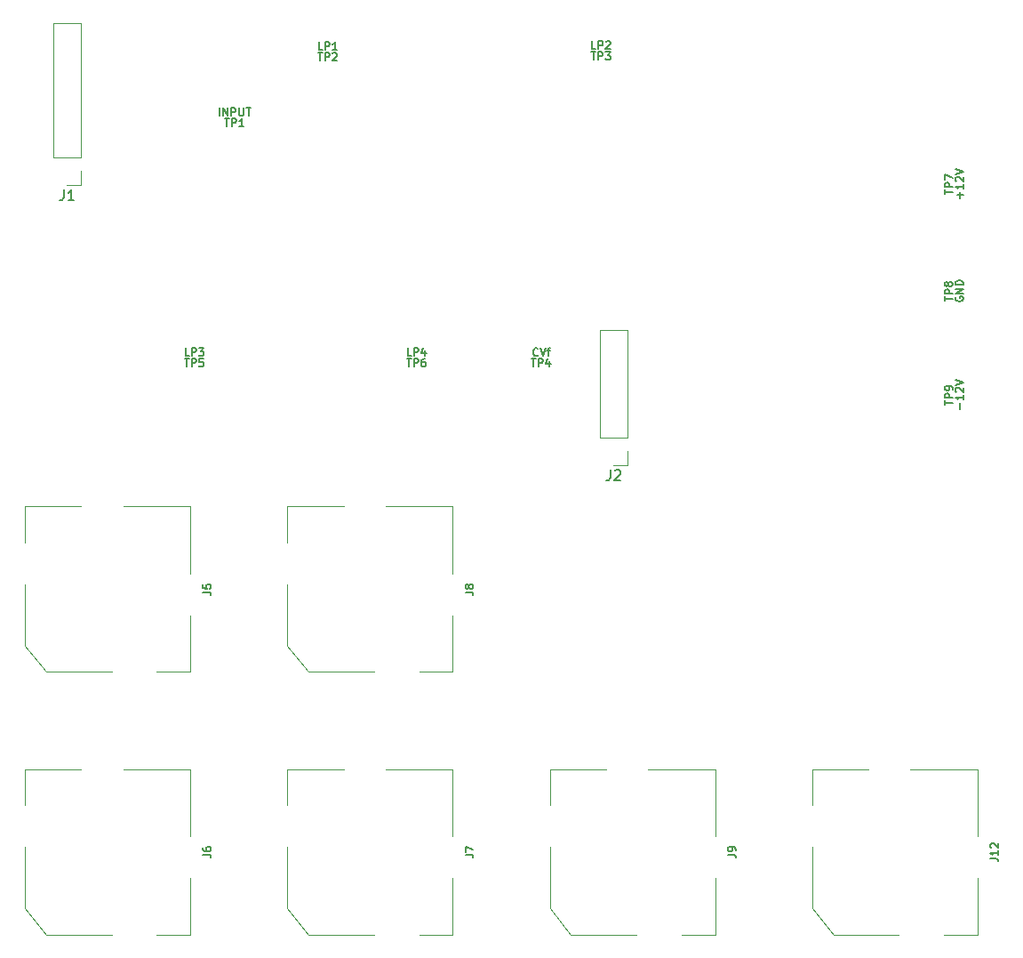
<source format=gto>
G04 #@! TF.GenerationSoftware,KiCad,Pcbnew,7.0.1-3b83917a11~171~ubuntu22.04.1*
G04 #@! TF.CreationDate,2023-03-12T10:58:21-04:00*
G04 #@! TF.ProjectId,pmf_B1,706d665f-4231-42e6-9b69-6361645f7063,rev?*
G04 #@! TF.SameCoordinates,Original*
G04 #@! TF.FileFunction,Legend,Top*
G04 #@! TF.FilePolarity,Positive*
%FSLAX46Y46*%
G04 Gerber Fmt 4.6, Leading zero omitted, Abs format (unit mm)*
G04 Created by KiCad (PCBNEW 7.0.1-3b83917a11~171~ubuntu22.04.1) date 2023-03-12 10:58:21*
%MOMM*%
%LPD*%
G01*
G04 APERTURE LIST*
%ADD10C,0.150000*%
%ADD11C,0.120000*%
G04 APERTURE END LIST*
D10*
G04 #@! TO.C,J8*
X146596964Y-150249999D02*
X147132678Y-150249999D01*
X147132678Y-150249999D02*
X147239821Y-150285714D01*
X147239821Y-150285714D02*
X147311250Y-150357142D01*
X147311250Y-150357142D02*
X147346964Y-150464285D01*
X147346964Y-150464285D02*
X147346964Y-150535714D01*
X146918392Y-149785713D02*
X146882678Y-149857142D01*
X146882678Y-149857142D02*
X146846964Y-149892856D01*
X146846964Y-149892856D02*
X146775535Y-149928570D01*
X146775535Y-149928570D02*
X146739821Y-149928570D01*
X146739821Y-149928570D02*
X146668392Y-149892856D01*
X146668392Y-149892856D02*
X146632678Y-149857142D01*
X146632678Y-149857142D02*
X146596964Y-149785713D01*
X146596964Y-149785713D02*
X146596964Y-149642856D01*
X146596964Y-149642856D02*
X146632678Y-149571428D01*
X146632678Y-149571428D02*
X146668392Y-149535713D01*
X146668392Y-149535713D02*
X146739821Y-149499999D01*
X146739821Y-149499999D02*
X146775535Y-149499999D01*
X146775535Y-149499999D02*
X146846964Y-149535713D01*
X146846964Y-149535713D02*
X146882678Y-149571428D01*
X146882678Y-149571428D02*
X146918392Y-149642856D01*
X146918392Y-149642856D02*
X146918392Y-149785713D01*
X146918392Y-149785713D02*
X146954107Y-149857142D01*
X146954107Y-149857142D02*
X146989821Y-149892856D01*
X146989821Y-149892856D02*
X147061250Y-149928570D01*
X147061250Y-149928570D02*
X147204107Y-149928570D01*
X147204107Y-149928570D02*
X147275535Y-149892856D01*
X147275535Y-149892856D02*
X147311250Y-149857142D01*
X147311250Y-149857142D02*
X147346964Y-149785713D01*
X147346964Y-149785713D02*
X147346964Y-149642856D01*
X147346964Y-149642856D02*
X147311250Y-149571428D01*
X147311250Y-149571428D02*
X147275535Y-149535713D01*
X147275535Y-149535713D02*
X147204107Y-149499999D01*
X147204107Y-149499999D02*
X147061250Y-149499999D01*
X147061250Y-149499999D02*
X146989821Y-149535713D01*
X146989821Y-149535713D02*
X146954107Y-149571428D01*
X146954107Y-149571428D02*
X146918392Y-149642856D01*
G04 #@! TO.C,J1*
X108326666Y-111952619D02*
X108326666Y-112666904D01*
X108326666Y-112666904D02*
X108279047Y-112809761D01*
X108279047Y-112809761D02*
X108183809Y-112905000D01*
X108183809Y-112905000D02*
X108040952Y-112952619D01*
X108040952Y-112952619D02*
X107945714Y-112952619D01*
X109326666Y-112952619D02*
X108755238Y-112952619D01*
X109040952Y-112952619D02*
X109040952Y-111952619D01*
X109040952Y-111952619D02*
X108945714Y-112095476D01*
X108945714Y-112095476D02*
X108850476Y-112190714D01*
X108850476Y-112190714D02*
X108755238Y-112238333D01*
G04 #@! TO.C,J7*
X146596964Y-175249999D02*
X147132678Y-175249999D01*
X147132678Y-175249999D02*
X147239821Y-175285714D01*
X147239821Y-175285714D02*
X147311250Y-175357142D01*
X147311250Y-175357142D02*
X147346964Y-175464285D01*
X147346964Y-175464285D02*
X147346964Y-175535714D01*
X146596964Y-174964285D02*
X146596964Y-174464285D01*
X146596964Y-174464285D02*
X147346964Y-174785713D01*
G04 #@! TO.C,J5*
X121596964Y-150249999D02*
X122132678Y-150249999D01*
X122132678Y-150249999D02*
X122239821Y-150285714D01*
X122239821Y-150285714D02*
X122311250Y-150357142D01*
X122311250Y-150357142D02*
X122346964Y-150464285D01*
X122346964Y-150464285D02*
X122346964Y-150535714D01*
X121596964Y-149535713D02*
X121596964Y-149892856D01*
X121596964Y-149892856D02*
X121954107Y-149928570D01*
X121954107Y-149928570D02*
X121918392Y-149892856D01*
X121918392Y-149892856D02*
X121882678Y-149821428D01*
X121882678Y-149821428D02*
X121882678Y-149642856D01*
X121882678Y-149642856D02*
X121918392Y-149571428D01*
X121918392Y-149571428D02*
X121954107Y-149535713D01*
X121954107Y-149535713D02*
X122025535Y-149499999D01*
X122025535Y-149499999D02*
X122204107Y-149499999D01*
X122204107Y-149499999D02*
X122275535Y-149535713D01*
X122275535Y-149535713D02*
X122311250Y-149571428D01*
X122311250Y-149571428D02*
X122346964Y-149642856D01*
X122346964Y-149642856D02*
X122346964Y-149821428D01*
X122346964Y-149821428D02*
X122311250Y-149892856D01*
X122311250Y-149892856D02*
X122275535Y-149928570D01*
G04 #@! TO.C,J9*
X171596964Y-175249999D02*
X172132678Y-175249999D01*
X172132678Y-175249999D02*
X172239821Y-175285714D01*
X172239821Y-175285714D02*
X172311250Y-175357142D01*
X172311250Y-175357142D02*
X172346964Y-175464285D01*
X172346964Y-175464285D02*
X172346964Y-175535714D01*
X172346964Y-174857142D02*
X172346964Y-174714285D01*
X172346964Y-174714285D02*
X172311250Y-174642856D01*
X172311250Y-174642856D02*
X172275535Y-174607142D01*
X172275535Y-174607142D02*
X172168392Y-174535713D01*
X172168392Y-174535713D02*
X172025535Y-174499999D01*
X172025535Y-174499999D02*
X171739821Y-174499999D01*
X171739821Y-174499999D02*
X171668392Y-174535713D01*
X171668392Y-174535713D02*
X171632678Y-174571428D01*
X171632678Y-174571428D02*
X171596964Y-174642856D01*
X171596964Y-174642856D02*
X171596964Y-174785713D01*
X171596964Y-174785713D02*
X171632678Y-174857142D01*
X171632678Y-174857142D02*
X171668392Y-174892856D01*
X171668392Y-174892856D02*
X171739821Y-174928570D01*
X171739821Y-174928570D02*
X171918392Y-174928570D01*
X171918392Y-174928570D02*
X171989821Y-174892856D01*
X171989821Y-174892856D02*
X172025535Y-174857142D01*
X172025535Y-174857142D02*
X172061250Y-174785713D01*
X172061250Y-174785713D02*
X172061250Y-174642856D01*
X172061250Y-174642856D02*
X172025535Y-174571428D01*
X172025535Y-174571428D02*
X171989821Y-174535713D01*
X171989821Y-174535713D02*
X171918392Y-174499999D01*
G04 #@! TO.C,J2*
X160396666Y-138622619D02*
X160396666Y-139336904D01*
X160396666Y-139336904D02*
X160349047Y-139479761D01*
X160349047Y-139479761D02*
X160253809Y-139575000D01*
X160253809Y-139575000D02*
X160110952Y-139622619D01*
X160110952Y-139622619D02*
X160015714Y-139622619D01*
X160825238Y-138717857D02*
X160872857Y-138670238D01*
X160872857Y-138670238D02*
X160968095Y-138622619D01*
X160968095Y-138622619D02*
X161206190Y-138622619D01*
X161206190Y-138622619D02*
X161301428Y-138670238D01*
X161301428Y-138670238D02*
X161349047Y-138717857D01*
X161349047Y-138717857D02*
X161396666Y-138813095D01*
X161396666Y-138813095D02*
X161396666Y-138908333D01*
X161396666Y-138908333D02*
X161349047Y-139051190D01*
X161349047Y-139051190D02*
X160777619Y-139622619D01*
X160777619Y-139622619D02*
X161396666Y-139622619D01*
G04 #@! TO.C,J6*
X121596964Y-175249999D02*
X122132678Y-175249999D01*
X122132678Y-175249999D02*
X122239821Y-175285714D01*
X122239821Y-175285714D02*
X122311250Y-175357142D01*
X122311250Y-175357142D02*
X122346964Y-175464285D01*
X122346964Y-175464285D02*
X122346964Y-175535714D01*
X121596964Y-174571428D02*
X121596964Y-174714285D01*
X121596964Y-174714285D02*
X121632678Y-174785713D01*
X121632678Y-174785713D02*
X121668392Y-174821428D01*
X121668392Y-174821428D02*
X121775535Y-174892856D01*
X121775535Y-174892856D02*
X121918392Y-174928570D01*
X121918392Y-174928570D02*
X122204107Y-174928570D01*
X122204107Y-174928570D02*
X122275535Y-174892856D01*
X122275535Y-174892856D02*
X122311250Y-174857142D01*
X122311250Y-174857142D02*
X122346964Y-174785713D01*
X122346964Y-174785713D02*
X122346964Y-174642856D01*
X122346964Y-174642856D02*
X122311250Y-174571428D01*
X122311250Y-174571428D02*
X122275535Y-174535713D01*
X122275535Y-174535713D02*
X122204107Y-174499999D01*
X122204107Y-174499999D02*
X122025535Y-174499999D01*
X122025535Y-174499999D02*
X121954107Y-174535713D01*
X121954107Y-174535713D02*
X121918392Y-174571428D01*
X121918392Y-174571428D02*
X121882678Y-174642856D01*
X121882678Y-174642856D02*
X121882678Y-174785713D01*
X121882678Y-174785713D02*
X121918392Y-174857142D01*
X121918392Y-174857142D02*
X121954107Y-174892856D01*
X121954107Y-174892856D02*
X122025535Y-174928570D01*
G04 #@! TO.C,J12*
X196596964Y-175607142D02*
X197132678Y-175607142D01*
X197132678Y-175607142D02*
X197239821Y-175642857D01*
X197239821Y-175642857D02*
X197311250Y-175714285D01*
X197311250Y-175714285D02*
X197346964Y-175821428D01*
X197346964Y-175821428D02*
X197346964Y-175892857D01*
X197346964Y-174857142D02*
X197346964Y-175285713D01*
X197346964Y-175071428D02*
X196596964Y-175071428D01*
X196596964Y-175071428D02*
X196704107Y-175142856D01*
X196704107Y-175142856D02*
X196775535Y-175214285D01*
X196775535Y-175214285D02*
X196811250Y-175285713D01*
X196668392Y-174571427D02*
X196632678Y-174535713D01*
X196632678Y-174535713D02*
X196596964Y-174464285D01*
X196596964Y-174464285D02*
X196596964Y-174285713D01*
X196596964Y-174285713D02*
X196632678Y-174214285D01*
X196632678Y-174214285D02*
X196668392Y-174178570D01*
X196668392Y-174178570D02*
X196739821Y-174142856D01*
X196739821Y-174142856D02*
X196811250Y-174142856D01*
X196811250Y-174142856D02*
X196918392Y-174178570D01*
X196918392Y-174178570D02*
X197346964Y-174607142D01*
X197346964Y-174607142D02*
X197346964Y-174142856D01*
G04 #@! TO.C,TP2*
X132990000Y-98648964D02*
X132632857Y-98648964D01*
X132632857Y-98648964D02*
X132632857Y-97898964D01*
X133240000Y-98648964D02*
X133240000Y-97898964D01*
X133240000Y-97898964D02*
X133525714Y-97898964D01*
X133525714Y-97898964D02*
X133597143Y-97934678D01*
X133597143Y-97934678D02*
X133632857Y-97970392D01*
X133632857Y-97970392D02*
X133668571Y-98041821D01*
X133668571Y-98041821D02*
X133668571Y-98148964D01*
X133668571Y-98148964D02*
X133632857Y-98220392D01*
X133632857Y-98220392D02*
X133597143Y-98256107D01*
X133597143Y-98256107D02*
X133525714Y-98291821D01*
X133525714Y-98291821D02*
X133240000Y-98291821D01*
X134382857Y-98648964D02*
X133954286Y-98648964D01*
X134168571Y-98648964D02*
X134168571Y-97898964D01*
X134168571Y-97898964D02*
X134097143Y-98006107D01*
X134097143Y-98006107D02*
X134025714Y-98077535D01*
X134025714Y-98077535D02*
X133954286Y-98113250D01*
X132543571Y-98914964D02*
X132972143Y-98914964D01*
X132757857Y-99664964D02*
X132757857Y-98914964D01*
X133222143Y-99664964D02*
X133222143Y-98914964D01*
X133222143Y-98914964D02*
X133507857Y-98914964D01*
X133507857Y-98914964D02*
X133579286Y-98950678D01*
X133579286Y-98950678D02*
X133615000Y-98986392D01*
X133615000Y-98986392D02*
X133650714Y-99057821D01*
X133650714Y-99057821D02*
X133650714Y-99164964D01*
X133650714Y-99164964D02*
X133615000Y-99236392D01*
X133615000Y-99236392D02*
X133579286Y-99272107D01*
X133579286Y-99272107D02*
X133507857Y-99307821D01*
X133507857Y-99307821D02*
X133222143Y-99307821D01*
X133936429Y-98986392D02*
X133972143Y-98950678D01*
X133972143Y-98950678D02*
X134043572Y-98914964D01*
X134043572Y-98914964D02*
X134222143Y-98914964D01*
X134222143Y-98914964D02*
X134293572Y-98950678D01*
X134293572Y-98950678D02*
X134329286Y-98986392D01*
X134329286Y-98986392D02*
X134365000Y-99057821D01*
X134365000Y-99057821D02*
X134365000Y-99129250D01*
X134365000Y-99129250D02*
X134329286Y-99236392D01*
X134329286Y-99236392D02*
X133900714Y-99664964D01*
X133900714Y-99664964D02*
X134365000Y-99664964D01*
G04 #@! TO.C,TP4*
X153506428Y-127707535D02*
X153470714Y-127743250D01*
X153470714Y-127743250D02*
X153363571Y-127778964D01*
X153363571Y-127778964D02*
X153292143Y-127778964D01*
X153292143Y-127778964D02*
X153185000Y-127743250D01*
X153185000Y-127743250D02*
X153113571Y-127671821D01*
X153113571Y-127671821D02*
X153077857Y-127600392D01*
X153077857Y-127600392D02*
X153042143Y-127457535D01*
X153042143Y-127457535D02*
X153042143Y-127350392D01*
X153042143Y-127350392D02*
X153077857Y-127207535D01*
X153077857Y-127207535D02*
X153113571Y-127136107D01*
X153113571Y-127136107D02*
X153185000Y-127064678D01*
X153185000Y-127064678D02*
X153292143Y-127028964D01*
X153292143Y-127028964D02*
X153363571Y-127028964D01*
X153363571Y-127028964D02*
X153470714Y-127064678D01*
X153470714Y-127064678D02*
X153506428Y-127100392D01*
X153720714Y-127028964D02*
X153970714Y-127778964D01*
X153970714Y-127778964D02*
X154220714Y-127028964D01*
X154363571Y-127278964D02*
X154649285Y-127278964D01*
X154470714Y-127778964D02*
X154470714Y-127136107D01*
X154470714Y-127136107D02*
X154506428Y-127064678D01*
X154506428Y-127064678D02*
X154577857Y-127028964D01*
X154577857Y-127028964D02*
X154649285Y-127028964D01*
X152863571Y-128044964D02*
X153292143Y-128044964D01*
X153077857Y-128794964D02*
X153077857Y-128044964D01*
X153542143Y-128794964D02*
X153542143Y-128044964D01*
X153542143Y-128044964D02*
X153827857Y-128044964D01*
X153827857Y-128044964D02*
X153899286Y-128080678D01*
X153899286Y-128080678D02*
X153935000Y-128116392D01*
X153935000Y-128116392D02*
X153970714Y-128187821D01*
X153970714Y-128187821D02*
X153970714Y-128294964D01*
X153970714Y-128294964D02*
X153935000Y-128366392D01*
X153935000Y-128366392D02*
X153899286Y-128402107D01*
X153899286Y-128402107D02*
X153827857Y-128437821D01*
X153827857Y-128437821D02*
X153542143Y-128437821D01*
X154613572Y-128294964D02*
X154613572Y-128794964D01*
X154435000Y-128009250D02*
X154256429Y-128544964D01*
X154256429Y-128544964D02*
X154720714Y-128544964D01*
G04 #@! TO.C,TP8*
X193320678Y-122161428D02*
X193284964Y-122232857D01*
X193284964Y-122232857D02*
X193284964Y-122339999D01*
X193284964Y-122339999D02*
X193320678Y-122447142D01*
X193320678Y-122447142D02*
X193392107Y-122518571D01*
X193392107Y-122518571D02*
X193463535Y-122554285D01*
X193463535Y-122554285D02*
X193606392Y-122589999D01*
X193606392Y-122589999D02*
X193713535Y-122589999D01*
X193713535Y-122589999D02*
X193856392Y-122554285D01*
X193856392Y-122554285D02*
X193927821Y-122518571D01*
X193927821Y-122518571D02*
X193999250Y-122447142D01*
X193999250Y-122447142D02*
X194034964Y-122339999D01*
X194034964Y-122339999D02*
X194034964Y-122268571D01*
X194034964Y-122268571D02*
X193999250Y-122161428D01*
X193999250Y-122161428D02*
X193963535Y-122125714D01*
X193963535Y-122125714D02*
X193713535Y-122125714D01*
X193713535Y-122125714D02*
X193713535Y-122268571D01*
X194034964Y-121804285D02*
X193284964Y-121804285D01*
X193284964Y-121804285D02*
X194034964Y-121375714D01*
X194034964Y-121375714D02*
X193284964Y-121375714D01*
X194034964Y-121018571D02*
X193284964Y-121018571D01*
X193284964Y-121018571D02*
X193284964Y-120840000D01*
X193284964Y-120840000D02*
X193320678Y-120732857D01*
X193320678Y-120732857D02*
X193392107Y-120661428D01*
X193392107Y-120661428D02*
X193463535Y-120625714D01*
X193463535Y-120625714D02*
X193606392Y-120590000D01*
X193606392Y-120590000D02*
X193713535Y-120590000D01*
X193713535Y-120590000D02*
X193856392Y-120625714D01*
X193856392Y-120625714D02*
X193927821Y-120661428D01*
X193927821Y-120661428D02*
X193999250Y-120732857D01*
X193999250Y-120732857D02*
X194034964Y-120840000D01*
X194034964Y-120840000D02*
X194034964Y-121018571D01*
X192268964Y-122536428D02*
X192268964Y-122107857D01*
X193018964Y-122322142D02*
X192268964Y-122322142D01*
X193018964Y-121857856D02*
X192268964Y-121857856D01*
X192268964Y-121857856D02*
X192268964Y-121572142D01*
X192268964Y-121572142D02*
X192304678Y-121500713D01*
X192304678Y-121500713D02*
X192340392Y-121464999D01*
X192340392Y-121464999D02*
X192411821Y-121429285D01*
X192411821Y-121429285D02*
X192518964Y-121429285D01*
X192518964Y-121429285D02*
X192590392Y-121464999D01*
X192590392Y-121464999D02*
X192626107Y-121500713D01*
X192626107Y-121500713D02*
X192661821Y-121572142D01*
X192661821Y-121572142D02*
X192661821Y-121857856D01*
X192590392Y-121000713D02*
X192554678Y-121072142D01*
X192554678Y-121072142D02*
X192518964Y-121107856D01*
X192518964Y-121107856D02*
X192447535Y-121143570D01*
X192447535Y-121143570D02*
X192411821Y-121143570D01*
X192411821Y-121143570D02*
X192340392Y-121107856D01*
X192340392Y-121107856D02*
X192304678Y-121072142D01*
X192304678Y-121072142D02*
X192268964Y-121000713D01*
X192268964Y-121000713D02*
X192268964Y-120857856D01*
X192268964Y-120857856D02*
X192304678Y-120786428D01*
X192304678Y-120786428D02*
X192340392Y-120750713D01*
X192340392Y-120750713D02*
X192411821Y-120714999D01*
X192411821Y-120714999D02*
X192447535Y-120714999D01*
X192447535Y-120714999D02*
X192518964Y-120750713D01*
X192518964Y-120750713D02*
X192554678Y-120786428D01*
X192554678Y-120786428D02*
X192590392Y-120857856D01*
X192590392Y-120857856D02*
X192590392Y-121000713D01*
X192590392Y-121000713D02*
X192626107Y-121072142D01*
X192626107Y-121072142D02*
X192661821Y-121107856D01*
X192661821Y-121107856D02*
X192733250Y-121143570D01*
X192733250Y-121143570D02*
X192876107Y-121143570D01*
X192876107Y-121143570D02*
X192947535Y-121107856D01*
X192947535Y-121107856D02*
X192983250Y-121072142D01*
X192983250Y-121072142D02*
X193018964Y-121000713D01*
X193018964Y-121000713D02*
X193018964Y-120857856D01*
X193018964Y-120857856D02*
X192983250Y-120786428D01*
X192983250Y-120786428D02*
X192947535Y-120750713D01*
X192947535Y-120750713D02*
X192876107Y-120714999D01*
X192876107Y-120714999D02*
X192733250Y-120714999D01*
X192733250Y-120714999D02*
X192661821Y-120750713D01*
X192661821Y-120750713D02*
X192626107Y-120786428D01*
X192626107Y-120786428D02*
X192590392Y-120857856D01*
G04 #@! TO.C,TP5*
X120290000Y-127768964D02*
X119932857Y-127768964D01*
X119932857Y-127768964D02*
X119932857Y-127018964D01*
X120540000Y-127768964D02*
X120540000Y-127018964D01*
X120540000Y-127018964D02*
X120825714Y-127018964D01*
X120825714Y-127018964D02*
X120897143Y-127054678D01*
X120897143Y-127054678D02*
X120932857Y-127090392D01*
X120932857Y-127090392D02*
X120968571Y-127161821D01*
X120968571Y-127161821D02*
X120968571Y-127268964D01*
X120968571Y-127268964D02*
X120932857Y-127340392D01*
X120932857Y-127340392D02*
X120897143Y-127376107D01*
X120897143Y-127376107D02*
X120825714Y-127411821D01*
X120825714Y-127411821D02*
X120540000Y-127411821D01*
X121218571Y-127018964D02*
X121682857Y-127018964D01*
X121682857Y-127018964D02*
X121432857Y-127304678D01*
X121432857Y-127304678D02*
X121540000Y-127304678D01*
X121540000Y-127304678D02*
X121611429Y-127340392D01*
X121611429Y-127340392D02*
X121647143Y-127376107D01*
X121647143Y-127376107D02*
X121682857Y-127447535D01*
X121682857Y-127447535D02*
X121682857Y-127626107D01*
X121682857Y-127626107D02*
X121647143Y-127697535D01*
X121647143Y-127697535D02*
X121611429Y-127733250D01*
X121611429Y-127733250D02*
X121540000Y-127768964D01*
X121540000Y-127768964D02*
X121325714Y-127768964D01*
X121325714Y-127768964D02*
X121254286Y-127733250D01*
X121254286Y-127733250D02*
X121218571Y-127697535D01*
X119843571Y-128034964D02*
X120272143Y-128034964D01*
X120057857Y-128784964D02*
X120057857Y-128034964D01*
X120522143Y-128784964D02*
X120522143Y-128034964D01*
X120522143Y-128034964D02*
X120807857Y-128034964D01*
X120807857Y-128034964D02*
X120879286Y-128070678D01*
X120879286Y-128070678D02*
X120915000Y-128106392D01*
X120915000Y-128106392D02*
X120950714Y-128177821D01*
X120950714Y-128177821D02*
X120950714Y-128284964D01*
X120950714Y-128284964D02*
X120915000Y-128356392D01*
X120915000Y-128356392D02*
X120879286Y-128392107D01*
X120879286Y-128392107D02*
X120807857Y-128427821D01*
X120807857Y-128427821D02*
X120522143Y-128427821D01*
X121629286Y-128034964D02*
X121272143Y-128034964D01*
X121272143Y-128034964D02*
X121236429Y-128392107D01*
X121236429Y-128392107D02*
X121272143Y-128356392D01*
X121272143Y-128356392D02*
X121343572Y-128320678D01*
X121343572Y-128320678D02*
X121522143Y-128320678D01*
X121522143Y-128320678D02*
X121593572Y-128356392D01*
X121593572Y-128356392D02*
X121629286Y-128392107D01*
X121629286Y-128392107D02*
X121665000Y-128463535D01*
X121665000Y-128463535D02*
X121665000Y-128642107D01*
X121665000Y-128642107D02*
X121629286Y-128713535D01*
X121629286Y-128713535D02*
X121593572Y-128749250D01*
X121593572Y-128749250D02*
X121522143Y-128784964D01*
X121522143Y-128784964D02*
X121343572Y-128784964D01*
X121343572Y-128784964D02*
X121272143Y-128749250D01*
X121272143Y-128749250D02*
X121236429Y-128713535D01*
G04 #@! TO.C,TP6*
X141460000Y-127768964D02*
X141102857Y-127768964D01*
X141102857Y-127768964D02*
X141102857Y-127018964D01*
X141710000Y-127768964D02*
X141710000Y-127018964D01*
X141710000Y-127018964D02*
X141995714Y-127018964D01*
X141995714Y-127018964D02*
X142067143Y-127054678D01*
X142067143Y-127054678D02*
X142102857Y-127090392D01*
X142102857Y-127090392D02*
X142138571Y-127161821D01*
X142138571Y-127161821D02*
X142138571Y-127268964D01*
X142138571Y-127268964D02*
X142102857Y-127340392D01*
X142102857Y-127340392D02*
X142067143Y-127376107D01*
X142067143Y-127376107D02*
X141995714Y-127411821D01*
X141995714Y-127411821D02*
X141710000Y-127411821D01*
X142781429Y-127268964D02*
X142781429Y-127768964D01*
X142602857Y-126983250D02*
X142424286Y-127518964D01*
X142424286Y-127518964D02*
X142888571Y-127518964D01*
X141013571Y-128034964D02*
X141442143Y-128034964D01*
X141227857Y-128784964D02*
X141227857Y-128034964D01*
X141692143Y-128784964D02*
X141692143Y-128034964D01*
X141692143Y-128034964D02*
X141977857Y-128034964D01*
X141977857Y-128034964D02*
X142049286Y-128070678D01*
X142049286Y-128070678D02*
X142085000Y-128106392D01*
X142085000Y-128106392D02*
X142120714Y-128177821D01*
X142120714Y-128177821D02*
X142120714Y-128284964D01*
X142120714Y-128284964D02*
X142085000Y-128356392D01*
X142085000Y-128356392D02*
X142049286Y-128392107D01*
X142049286Y-128392107D02*
X141977857Y-128427821D01*
X141977857Y-128427821D02*
X141692143Y-128427821D01*
X142763572Y-128034964D02*
X142620714Y-128034964D01*
X142620714Y-128034964D02*
X142549286Y-128070678D01*
X142549286Y-128070678D02*
X142513572Y-128106392D01*
X142513572Y-128106392D02*
X142442143Y-128213535D01*
X142442143Y-128213535D02*
X142406429Y-128356392D01*
X142406429Y-128356392D02*
X142406429Y-128642107D01*
X142406429Y-128642107D02*
X142442143Y-128713535D01*
X142442143Y-128713535D02*
X142477857Y-128749250D01*
X142477857Y-128749250D02*
X142549286Y-128784964D01*
X142549286Y-128784964D02*
X142692143Y-128784964D01*
X142692143Y-128784964D02*
X142763572Y-128749250D01*
X142763572Y-128749250D02*
X142799286Y-128713535D01*
X142799286Y-128713535D02*
X142835000Y-128642107D01*
X142835000Y-128642107D02*
X142835000Y-128463535D01*
X142835000Y-128463535D02*
X142799286Y-128392107D01*
X142799286Y-128392107D02*
X142763572Y-128356392D01*
X142763572Y-128356392D02*
X142692143Y-128320678D01*
X142692143Y-128320678D02*
X142549286Y-128320678D01*
X142549286Y-128320678D02*
X142477857Y-128356392D01*
X142477857Y-128356392D02*
X142442143Y-128392107D01*
X142442143Y-128392107D02*
X142406429Y-128463535D01*
G04 #@! TO.C,TP9*
X192268964Y-132436428D02*
X192268964Y-132007857D01*
X193018964Y-132222142D02*
X192268964Y-132222142D01*
X193018964Y-131757856D02*
X192268964Y-131757856D01*
X192268964Y-131757856D02*
X192268964Y-131472142D01*
X192268964Y-131472142D02*
X192304678Y-131400713D01*
X192304678Y-131400713D02*
X192340392Y-131364999D01*
X192340392Y-131364999D02*
X192411821Y-131329285D01*
X192411821Y-131329285D02*
X192518964Y-131329285D01*
X192518964Y-131329285D02*
X192590392Y-131364999D01*
X192590392Y-131364999D02*
X192626107Y-131400713D01*
X192626107Y-131400713D02*
X192661821Y-131472142D01*
X192661821Y-131472142D02*
X192661821Y-131757856D01*
X193018964Y-130972142D02*
X193018964Y-130829285D01*
X193018964Y-130829285D02*
X192983250Y-130757856D01*
X192983250Y-130757856D02*
X192947535Y-130722142D01*
X192947535Y-130722142D02*
X192840392Y-130650713D01*
X192840392Y-130650713D02*
X192697535Y-130614999D01*
X192697535Y-130614999D02*
X192411821Y-130614999D01*
X192411821Y-130614999D02*
X192340392Y-130650713D01*
X192340392Y-130650713D02*
X192304678Y-130686428D01*
X192304678Y-130686428D02*
X192268964Y-130757856D01*
X192268964Y-130757856D02*
X192268964Y-130900713D01*
X192268964Y-130900713D02*
X192304678Y-130972142D01*
X192304678Y-130972142D02*
X192340392Y-131007856D01*
X192340392Y-131007856D02*
X192411821Y-131043570D01*
X192411821Y-131043570D02*
X192590392Y-131043570D01*
X192590392Y-131043570D02*
X192661821Y-131007856D01*
X192661821Y-131007856D02*
X192697535Y-130972142D01*
X192697535Y-130972142D02*
X192733250Y-130900713D01*
X192733250Y-130900713D02*
X192733250Y-130757856D01*
X192733250Y-130757856D02*
X192697535Y-130686428D01*
X192697535Y-130686428D02*
X192661821Y-130650713D01*
X192661821Y-130650713D02*
X192590392Y-130614999D01*
X193749250Y-132811428D02*
X193749250Y-132240000D01*
X194034964Y-131490000D02*
X194034964Y-131918571D01*
X194034964Y-131704286D02*
X193284964Y-131704286D01*
X193284964Y-131704286D02*
X193392107Y-131775714D01*
X193392107Y-131775714D02*
X193463535Y-131847143D01*
X193463535Y-131847143D02*
X193499250Y-131918571D01*
X193356392Y-131204285D02*
X193320678Y-131168571D01*
X193320678Y-131168571D02*
X193284964Y-131097143D01*
X193284964Y-131097143D02*
X193284964Y-130918571D01*
X193284964Y-130918571D02*
X193320678Y-130847143D01*
X193320678Y-130847143D02*
X193356392Y-130811428D01*
X193356392Y-130811428D02*
X193427821Y-130775714D01*
X193427821Y-130775714D02*
X193499250Y-130775714D01*
X193499250Y-130775714D02*
X193606392Y-130811428D01*
X193606392Y-130811428D02*
X194034964Y-131240000D01*
X194034964Y-131240000D02*
X194034964Y-130775714D01*
X193284964Y-130561428D02*
X194034964Y-130311428D01*
X194034964Y-130311428D02*
X193284964Y-130061428D01*
G04 #@! TO.C,TP1*
X123653571Y-105194964D02*
X124082143Y-105194964D01*
X123867857Y-105944964D02*
X123867857Y-105194964D01*
X124332143Y-105944964D02*
X124332143Y-105194964D01*
X124332143Y-105194964D02*
X124617857Y-105194964D01*
X124617857Y-105194964D02*
X124689286Y-105230678D01*
X124689286Y-105230678D02*
X124725000Y-105266392D01*
X124725000Y-105266392D02*
X124760714Y-105337821D01*
X124760714Y-105337821D02*
X124760714Y-105444964D01*
X124760714Y-105444964D02*
X124725000Y-105516392D01*
X124725000Y-105516392D02*
X124689286Y-105552107D01*
X124689286Y-105552107D02*
X124617857Y-105587821D01*
X124617857Y-105587821D02*
X124332143Y-105587821D01*
X125475000Y-105944964D02*
X125046429Y-105944964D01*
X125260714Y-105944964D02*
X125260714Y-105194964D01*
X125260714Y-105194964D02*
X125189286Y-105302107D01*
X125189286Y-105302107D02*
X125117857Y-105373535D01*
X125117857Y-105373535D02*
X125046429Y-105409250D01*
X123153571Y-104928964D02*
X123153571Y-104178964D01*
X123510714Y-104928964D02*
X123510714Y-104178964D01*
X123510714Y-104178964D02*
X123939285Y-104928964D01*
X123939285Y-104928964D02*
X123939285Y-104178964D01*
X124296428Y-104928964D02*
X124296428Y-104178964D01*
X124296428Y-104178964D02*
X124582142Y-104178964D01*
X124582142Y-104178964D02*
X124653571Y-104214678D01*
X124653571Y-104214678D02*
X124689285Y-104250392D01*
X124689285Y-104250392D02*
X124724999Y-104321821D01*
X124724999Y-104321821D02*
X124724999Y-104428964D01*
X124724999Y-104428964D02*
X124689285Y-104500392D01*
X124689285Y-104500392D02*
X124653571Y-104536107D01*
X124653571Y-104536107D02*
X124582142Y-104571821D01*
X124582142Y-104571821D02*
X124296428Y-104571821D01*
X125046428Y-104178964D02*
X125046428Y-104786107D01*
X125046428Y-104786107D02*
X125082142Y-104857535D01*
X125082142Y-104857535D02*
X125117857Y-104893250D01*
X125117857Y-104893250D02*
X125189285Y-104928964D01*
X125189285Y-104928964D02*
X125332142Y-104928964D01*
X125332142Y-104928964D02*
X125403571Y-104893250D01*
X125403571Y-104893250D02*
X125439285Y-104857535D01*
X125439285Y-104857535D02*
X125474999Y-104786107D01*
X125474999Y-104786107D02*
X125474999Y-104178964D01*
X125724999Y-104178964D02*
X126153571Y-104178964D01*
X125939285Y-104928964D02*
X125939285Y-104178964D01*
G04 #@! TO.C,TP7*
X192268964Y-112376428D02*
X192268964Y-111947857D01*
X193018964Y-112162142D02*
X192268964Y-112162142D01*
X193018964Y-111697856D02*
X192268964Y-111697856D01*
X192268964Y-111697856D02*
X192268964Y-111412142D01*
X192268964Y-111412142D02*
X192304678Y-111340713D01*
X192304678Y-111340713D02*
X192340392Y-111304999D01*
X192340392Y-111304999D02*
X192411821Y-111269285D01*
X192411821Y-111269285D02*
X192518964Y-111269285D01*
X192518964Y-111269285D02*
X192590392Y-111304999D01*
X192590392Y-111304999D02*
X192626107Y-111340713D01*
X192626107Y-111340713D02*
X192661821Y-111412142D01*
X192661821Y-111412142D02*
X192661821Y-111697856D01*
X192268964Y-111019285D02*
X192268964Y-110519285D01*
X192268964Y-110519285D02*
X193018964Y-110840713D01*
X193749250Y-112751428D02*
X193749250Y-112180000D01*
X194034964Y-112465714D02*
X193463535Y-112465714D01*
X194034964Y-111430000D02*
X194034964Y-111858571D01*
X194034964Y-111644286D02*
X193284964Y-111644286D01*
X193284964Y-111644286D02*
X193392107Y-111715714D01*
X193392107Y-111715714D02*
X193463535Y-111787143D01*
X193463535Y-111787143D02*
X193499250Y-111858571D01*
X193356392Y-111144285D02*
X193320678Y-111108571D01*
X193320678Y-111108571D02*
X193284964Y-111037143D01*
X193284964Y-111037143D02*
X193284964Y-110858571D01*
X193284964Y-110858571D02*
X193320678Y-110787143D01*
X193320678Y-110787143D02*
X193356392Y-110751428D01*
X193356392Y-110751428D02*
X193427821Y-110715714D01*
X193427821Y-110715714D02*
X193499250Y-110715714D01*
X193499250Y-110715714D02*
X193606392Y-110751428D01*
X193606392Y-110751428D02*
X194034964Y-111180000D01*
X194034964Y-111180000D02*
X194034964Y-110715714D01*
X193284964Y-110501428D02*
X194034964Y-110251428D01*
X194034964Y-110251428D02*
X193284964Y-110001428D01*
G04 #@! TO.C,TP3*
X158578571Y-98834964D02*
X159007143Y-98834964D01*
X158792857Y-99584964D02*
X158792857Y-98834964D01*
X159257143Y-99584964D02*
X159257143Y-98834964D01*
X159257143Y-98834964D02*
X159542857Y-98834964D01*
X159542857Y-98834964D02*
X159614286Y-98870678D01*
X159614286Y-98870678D02*
X159650000Y-98906392D01*
X159650000Y-98906392D02*
X159685714Y-98977821D01*
X159685714Y-98977821D02*
X159685714Y-99084964D01*
X159685714Y-99084964D02*
X159650000Y-99156392D01*
X159650000Y-99156392D02*
X159614286Y-99192107D01*
X159614286Y-99192107D02*
X159542857Y-99227821D01*
X159542857Y-99227821D02*
X159257143Y-99227821D01*
X159935714Y-98834964D02*
X160400000Y-98834964D01*
X160400000Y-98834964D02*
X160150000Y-99120678D01*
X160150000Y-99120678D02*
X160257143Y-99120678D01*
X160257143Y-99120678D02*
X160328572Y-99156392D01*
X160328572Y-99156392D02*
X160364286Y-99192107D01*
X160364286Y-99192107D02*
X160400000Y-99263535D01*
X160400000Y-99263535D02*
X160400000Y-99442107D01*
X160400000Y-99442107D02*
X160364286Y-99513535D01*
X160364286Y-99513535D02*
X160328572Y-99549250D01*
X160328572Y-99549250D02*
X160257143Y-99584964D01*
X160257143Y-99584964D02*
X160042857Y-99584964D01*
X160042857Y-99584964D02*
X159971429Y-99549250D01*
X159971429Y-99549250D02*
X159935714Y-99513535D01*
X159025000Y-98568964D02*
X158667857Y-98568964D01*
X158667857Y-98568964D02*
X158667857Y-97818964D01*
X159275000Y-98568964D02*
X159275000Y-97818964D01*
X159275000Y-97818964D02*
X159560714Y-97818964D01*
X159560714Y-97818964D02*
X159632143Y-97854678D01*
X159632143Y-97854678D02*
X159667857Y-97890392D01*
X159667857Y-97890392D02*
X159703571Y-97961821D01*
X159703571Y-97961821D02*
X159703571Y-98068964D01*
X159703571Y-98068964D02*
X159667857Y-98140392D01*
X159667857Y-98140392D02*
X159632143Y-98176107D01*
X159632143Y-98176107D02*
X159560714Y-98211821D01*
X159560714Y-98211821D02*
X159275000Y-98211821D01*
X159989286Y-97890392D02*
X160025000Y-97854678D01*
X160025000Y-97854678D02*
X160096429Y-97818964D01*
X160096429Y-97818964D02*
X160275000Y-97818964D01*
X160275000Y-97818964D02*
X160346429Y-97854678D01*
X160346429Y-97854678D02*
X160382143Y-97890392D01*
X160382143Y-97890392D02*
X160417857Y-97961821D01*
X160417857Y-97961821D02*
X160417857Y-98033250D01*
X160417857Y-98033250D02*
X160382143Y-98140392D01*
X160382143Y-98140392D02*
X159953571Y-98568964D01*
X159953571Y-98568964D02*
X160417857Y-98568964D01*
D11*
G04 #@! TO.C,J8*
X145400000Y-142100000D02*
X145400000Y-148500000D01*
X139000000Y-142100000D02*
X145400000Y-142100000D01*
X129650000Y-142100000D02*
X135000000Y-142100000D01*
X129650000Y-145500000D02*
X129650000Y-142100000D01*
X145400000Y-152500000D02*
X145400000Y-157850000D01*
X129650000Y-155350000D02*
X129650000Y-149500000D01*
X145400000Y-157850000D02*
X142200000Y-157850000D01*
X137900000Y-157850000D02*
X131700000Y-157850000D01*
X131700000Y-157850000D02*
X131650000Y-157850000D01*
X131650000Y-157850000D02*
X129650000Y-155350000D01*
G04 #@! TO.C,J1*
X109990000Y-111490000D02*
X108660000Y-111490000D01*
X109990000Y-110160000D02*
X109990000Y-111490000D01*
X109990000Y-108890000D02*
X109990000Y-96130000D01*
X109990000Y-108890000D02*
X107330000Y-108890000D01*
X109990000Y-96130000D02*
X107330000Y-96130000D01*
X107330000Y-108890000D02*
X107330000Y-96130000D01*
G04 #@! TO.C,J7*
X145400000Y-167100000D02*
X145400000Y-173500000D01*
X139000000Y-167100000D02*
X145400000Y-167100000D01*
X129650000Y-167100000D02*
X135000000Y-167100000D01*
X129650000Y-170500000D02*
X129650000Y-167100000D01*
X145400000Y-177500000D02*
X145400000Y-182850000D01*
X129650000Y-180350000D02*
X129650000Y-174500000D01*
X145400000Y-182850000D02*
X142200000Y-182850000D01*
X137900000Y-182850000D02*
X131700000Y-182850000D01*
X131700000Y-182850000D02*
X131650000Y-182850000D01*
X131650000Y-182850000D02*
X129650000Y-180350000D01*
G04 #@! TO.C,J5*
X120400000Y-142100000D02*
X120400000Y-148500000D01*
X114000000Y-142100000D02*
X120400000Y-142100000D01*
X104650000Y-142100000D02*
X110000000Y-142100000D01*
X104650000Y-145500000D02*
X104650000Y-142100000D01*
X120400000Y-152500000D02*
X120400000Y-157850000D01*
X104650000Y-155350000D02*
X104650000Y-149500000D01*
X120400000Y-157850000D02*
X117200000Y-157850000D01*
X112900000Y-157850000D02*
X106700000Y-157850000D01*
X106700000Y-157850000D02*
X106650000Y-157850000D01*
X106650000Y-157850000D02*
X104650000Y-155350000D01*
G04 #@! TO.C,J9*
X170400000Y-167100000D02*
X170400000Y-173500000D01*
X164000000Y-167100000D02*
X170400000Y-167100000D01*
X154650000Y-167100000D02*
X160000000Y-167100000D01*
X154650000Y-170500000D02*
X154650000Y-167100000D01*
X170400000Y-177500000D02*
X170400000Y-182850000D01*
X154650000Y-180350000D02*
X154650000Y-174500000D01*
X170400000Y-182850000D02*
X167200000Y-182850000D01*
X162900000Y-182850000D02*
X156700000Y-182850000D01*
X156700000Y-182850000D02*
X156650000Y-182850000D01*
X156650000Y-182850000D02*
X154650000Y-180350000D01*
G04 #@! TO.C,J2*
X162060000Y-138160000D02*
X160730000Y-138160000D01*
X162060000Y-136830000D02*
X162060000Y-138160000D01*
X162060000Y-135560000D02*
X162060000Y-125340000D01*
X162060000Y-135560000D02*
X159400000Y-135560000D01*
X162060000Y-125340000D02*
X159400000Y-125340000D01*
X159400000Y-135560000D02*
X159400000Y-125340000D01*
G04 #@! TO.C,J6*
X120400000Y-167100000D02*
X120400000Y-173500000D01*
X114000000Y-167100000D02*
X120400000Y-167100000D01*
X104650000Y-167100000D02*
X110000000Y-167100000D01*
X104650000Y-170500000D02*
X104650000Y-167100000D01*
X120400000Y-177500000D02*
X120400000Y-182850000D01*
X104650000Y-180350000D02*
X104650000Y-174500000D01*
X120400000Y-182850000D02*
X117200000Y-182850000D01*
X112900000Y-182850000D02*
X106700000Y-182850000D01*
X106700000Y-182850000D02*
X106650000Y-182850000D01*
X106650000Y-182850000D02*
X104650000Y-180350000D01*
G04 #@! TO.C,J12*
X195400000Y-167100000D02*
X195400000Y-173500000D01*
X189000000Y-167100000D02*
X195400000Y-167100000D01*
X179650000Y-167100000D02*
X185000000Y-167100000D01*
X179650000Y-170500000D02*
X179650000Y-167100000D01*
X195400000Y-177500000D02*
X195400000Y-182850000D01*
X179650000Y-180350000D02*
X179650000Y-174500000D01*
X195400000Y-182850000D02*
X192200000Y-182850000D01*
X187900000Y-182850000D02*
X181700000Y-182850000D01*
X181700000Y-182850000D02*
X181650000Y-182850000D01*
X181650000Y-182850000D02*
X179650000Y-180350000D01*
G04 #@! TD*
M02*

</source>
